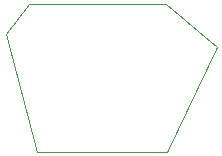
<source format=gbr>
G04 #@! TF.GenerationSoftware,KiCad,Pcbnew,5.1.5-52549c5~84~ubuntu18.04.1*
G04 #@! TF.CreationDate,2020-02-06T20:48:50-05:00*
G04 #@! TF.ProjectId,led_indicator,6c65645f-696e-4646-9963-61746f722e6b,rev?*
G04 #@! TF.SameCoordinates,Original*
G04 #@! TF.FileFunction,Profile,NP*
%FSLAX46Y46*%
G04 Gerber Fmt 4.6, Leading zero omitted, Abs format (unit mm)*
G04 Created by KiCad (PCBNEW 5.1.5-52549c5~84~ubuntu18.04.1) date 2020-02-06 20:48:50*
%MOMM*%
%LPD*%
G04 APERTURE LIST*
%ADD10C,0.050000*%
G04 APERTURE END LIST*
D10*
X184785000Y-100520500D02*
X173750000Y-100500000D01*
X171100000Y-90500000D02*
X173750000Y-100500000D01*
X173100000Y-88000000D02*
X171100000Y-90500000D01*
X184700000Y-88000000D02*
X173100000Y-88000000D01*
X188976000Y-91630500D02*
X184785000Y-100520500D01*
X184700000Y-88000000D02*
X188976000Y-91630500D01*
M02*

</source>
